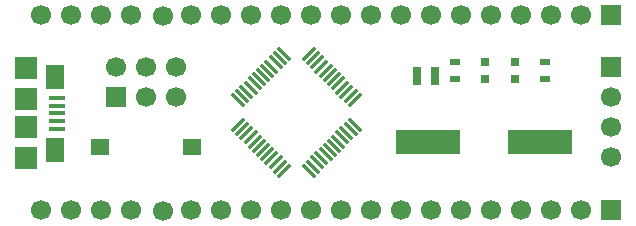
<source format=gbr>
%TF.GenerationSoftware,Altium Limited,Altium Designer,21.4.1 (30)*%
G04 Layer_Color=255*
%FSLAX45Y45*%
%MOMM*%
%TF.SameCoordinates,07A852E0-A263-4F49-A737-320A16F82769*%
%TF.FilePolarity,Positive*%
%TF.FileFunction,Pads,Top*%
%TF.Part,Single*%
G01*
G75*
%TA.AperFunction,SMDPad,CuDef*%
G04:AMPARAMS|DCode=10|XSize=1.475mm|YSize=0.3mm|CornerRadius=0mm|HoleSize=0mm|Usage=FLASHONLY|Rotation=225.000|XOffset=0mm|YOffset=0mm|HoleType=Round|Shape=Rectangle|*
%AMROTATEDRECTD10*
4,1,4,0.41543,0.62756,0.62756,0.41543,-0.41543,-0.62756,-0.62756,-0.41543,0.41543,0.62756,0.0*
%
%ADD10ROTATEDRECTD10*%

G04:AMPARAMS|DCode=11|XSize=1.475mm|YSize=0.3mm|CornerRadius=0mm|HoleSize=0mm|Usage=FLASHONLY|Rotation=315.000|XOffset=0mm|YOffset=0mm|HoleType=Round|Shape=Rectangle|*
%AMROTATEDRECTD11*
4,1,4,-0.62756,0.41543,-0.41543,0.62756,0.62756,-0.41543,0.41543,-0.62756,-0.62756,0.41543,0.0*
%
%ADD11ROTATEDRECTD11*%

%TA.AperFunction,ConnectorPad*%
%ADD12R,1.35000X0.40000*%
%TA.AperFunction,SMDPad,CuDef*%
%ADD13R,1.90000X1.90000*%
%TA.AperFunction,ConnectorPad*%
%ADD14R,1.60000X2.10000*%
%TA.AperFunction,SMDPad,CuDef*%
%ADD15R,0.90000X0.60000*%
%ADD16R,1.50000X1.40000*%
%ADD17R,0.80000X0.80000*%
%ADD18R,0.80000X1.50000*%
%ADD19R,5.50000X2.00000*%
%TA.AperFunction,ComponentPad*%
%ADD22C,1.70000*%
%ADD23R,1.70000X1.70000*%
%ADD24R,1.70000X1.70000*%
D10*
X5447126Y3788217D02*
D03*
X5411771Y3823573D02*
D03*
X5376415Y3858928D02*
D03*
X5341060Y3894284D02*
D03*
X5305705Y3929639D02*
D03*
X5270349Y3964994D02*
D03*
X5234994Y4000349D02*
D03*
X5199639Y4035705D02*
D03*
X5164284Y4071060D02*
D03*
X5128928Y4106415D02*
D03*
X5093573Y4141771D02*
D03*
X5058217Y4177126D02*
D03*
X4458874Y3577783D02*
D03*
X4494229Y3542427D02*
D03*
X4529585Y3507072D02*
D03*
X4564940Y3471716D02*
D03*
X4600295Y3436361D02*
D03*
X4635651Y3401006D02*
D03*
X4671006Y3365651D02*
D03*
X4706361Y3330295D02*
D03*
X4741716Y3294940D02*
D03*
X4777072Y3259585D02*
D03*
X4812427Y3224229D02*
D03*
X4847783Y3188874D02*
D03*
D11*
Y4177126D02*
D03*
X4812427Y4141771D02*
D03*
X4777072Y4106415D02*
D03*
X4741716Y4071060D02*
D03*
X4706361Y4035705D02*
D03*
X4671006Y4000349D02*
D03*
X4635651Y3964994D02*
D03*
X4600295Y3929639D02*
D03*
X4564940Y3894284D02*
D03*
X4529585Y3858928D02*
D03*
X4494229Y3823573D02*
D03*
X4458874Y3788217D02*
D03*
X5058217Y3188874D02*
D03*
X5093573Y3224229D02*
D03*
X5128928Y3259585D02*
D03*
X5164284Y3294940D02*
D03*
X5199639Y3330295D02*
D03*
X5234994Y3365651D02*
D03*
X5270349Y3401006D02*
D03*
X5305705Y3436361D02*
D03*
X5341060Y3471716D02*
D03*
X5376415Y3507072D02*
D03*
X5411771Y3542427D02*
D03*
X5447126Y3577783D02*
D03*
D12*
X2922000Y3806000D02*
D03*
Y3611000D02*
D03*
Y3546000D02*
D03*
Y3741000D02*
D03*
Y3676000D02*
D03*
D13*
X2667000Y3296000D02*
D03*
Y4056000D02*
D03*
Y3556000D02*
D03*
Y3796000D02*
D03*
D14*
X2909500Y3366000D02*
D03*
Y3986000D02*
D03*
D15*
X7061200Y3963600D02*
D03*
X6299200Y4113600D02*
D03*
X7061200D02*
D03*
X6299200Y3963600D02*
D03*
D16*
X4073000Y3388360D02*
D03*
X3293000D02*
D03*
D17*
X6553200Y4113600D02*
D03*
X6807200Y4112400D02*
D03*
Y3962400D02*
D03*
X6553200Y3963600D02*
D03*
D18*
X6124080Y3987800D02*
D03*
X5974080D02*
D03*
D19*
X7015500Y3429000D02*
D03*
X6065500D02*
D03*
D22*
X3429000Y4064000D02*
D03*
X3937000Y3810000D02*
D03*
Y4064000D02*
D03*
X7366000Y4508500D02*
D03*
X7112000D02*
D03*
X6858000D02*
D03*
X6604000D02*
D03*
X6350000D02*
D03*
X6096000D02*
D03*
X5842000D02*
D03*
X5588000D02*
D03*
X5334000D02*
D03*
X5080000D02*
D03*
X4826000D02*
D03*
X4572000D02*
D03*
X4318000D02*
D03*
X4064000D02*
D03*
X3825240Y4503420D02*
D03*
X3556000Y4508500D02*
D03*
X3302000D02*
D03*
X3048000D02*
D03*
X2794000D02*
D03*
X7366000Y2857500D02*
D03*
X7112000D02*
D03*
X6858000D02*
D03*
X6604000D02*
D03*
X6350000D02*
D03*
X6096000D02*
D03*
X5842000D02*
D03*
X5588000D02*
D03*
X5334000D02*
D03*
X5080000D02*
D03*
X4826000D02*
D03*
X4572000D02*
D03*
X4318000D02*
D03*
X4064000D02*
D03*
X3825240Y2852420D02*
D03*
X3556000Y2857500D02*
D03*
X3302000D02*
D03*
X3048000D02*
D03*
X2794000D02*
D03*
X7620000Y3810000D02*
D03*
Y3556000D02*
D03*
Y3302000D02*
D03*
X3683000Y3810000D02*
D03*
Y4064000D02*
D03*
D23*
X7620000Y4508500D02*
D03*
Y2857500D02*
D03*
X3429000Y3810000D02*
D03*
D24*
X7620000Y4064000D02*
D03*
%TF.MD5,ffdc38eaa756212f67af88d867ce1edf*%
M02*

</source>
